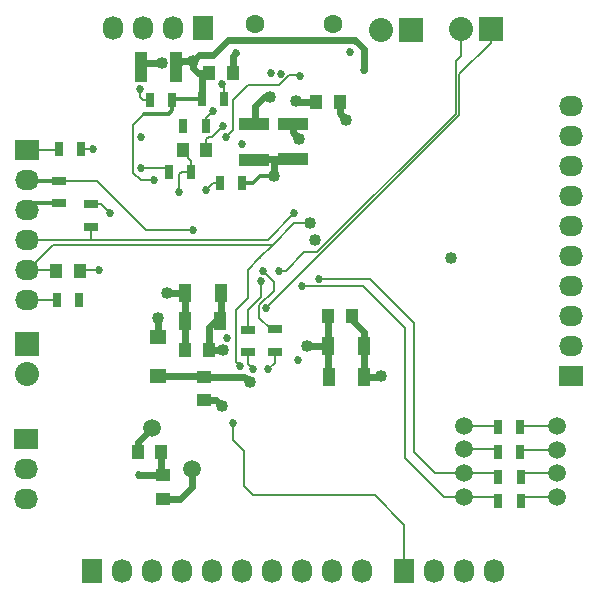
<source format=gbr>
G04 #@! TF.FileFunction,Copper,L4,Bot,Signal*
%FSLAX46Y46*%
G04 Gerber Fmt 4.6, Leading zero omitted, Abs format (unit mm)*
G04 Created by KiCad (PCBNEW 4.0.1-3.201512221402+6198~38~ubuntu14.04.1-stable) date Mon 04 Jan 2016 12:08:05 AM EST*
%MOMM*%
G01*
G04 APERTURE LIST*
%ADD10C,0.100000*%
%ADD11R,1.250000X1.000000*%
%ADD12R,1.000000X1.250000*%
%ADD13R,1.000000X2.500000*%
%ADD14R,2.500000X1.000000*%
%ADD15R,1.399540X1.150620*%
%ADD16R,2.032000X1.727200*%
%ADD17O,2.032000X1.727200*%
%ADD18R,1.727200X2.032000*%
%ADD19O,1.727200X2.032000*%
%ADD20R,2.032000X2.032000*%
%ADD21O,2.032000X2.032000*%
%ADD22R,1.300000X0.700000*%
%ADD23R,0.700000X1.300000*%
%ADD24C,1.501140*%
%ADD25C,1.600000*%
%ADD26C,1.500000*%
%ADD27R,1.000000X1.600000*%
%ADD28C,0.685800*%
%ADD29C,1.016000*%
%ADD30C,0.152400*%
%ADD31C,0.304800*%
%ADD32C,0.609600*%
G04 APERTURE END LIST*
D10*
D11*
X119227600Y-107762800D03*
X119227600Y-109762800D03*
D12*
X115579400Y-114147600D03*
X113579400Y-114147600D03*
D11*
X115722400Y-116094000D03*
X115722400Y-118094000D03*
D12*
X106699300Y-98831400D03*
X108699300Y-98831400D03*
X128692400Y-84480400D03*
X130692400Y-84480400D03*
X119650000Y-82042000D03*
X121650000Y-82042000D03*
D13*
X116866800Y-81559400D03*
X113866800Y-81559400D03*
D12*
X119389400Y-88544400D03*
X117389400Y-88544400D03*
D14*
X123418600Y-86409400D03*
X123418600Y-89409400D03*
X126746000Y-86384000D03*
X126746000Y-89384000D03*
D15*
X115316000Y-107696000D03*
X115316000Y-104444800D03*
D16*
X150241000Y-107746800D03*
D17*
X150241000Y-105206800D03*
X150241000Y-102666800D03*
X150241000Y-100126800D03*
X150241000Y-97586800D03*
X150241000Y-95046800D03*
X150241000Y-92506800D03*
X150241000Y-89966800D03*
X150241000Y-87426800D03*
X150241000Y-84886800D03*
D18*
X109728000Y-124206000D03*
D19*
X112268000Y-124206000D03*
X114808000Y-124206000D03*
X117348000Y-124206000D03*
X119888000Y-124206000D03*
X122428000Y-124206000D03*
X124968000Y-124206000D03*
X127508000Y-124206000D03*
X130048000Y-124206000D03*
X132588000Y-124206000D03*
D18*
X119126000Y-78232000D03*
D19*
X116586000Y-78232000D03*
X114046000Y-78232000D03*
X111506000Y-78232000D03*
D20*
X143500600Y-78320900D03*
D21*
X140960600Y-78320900D03*
D18*
X136144000Y-124206000D03*
D19*
X138684000Y-124206000D03*
X141224000Y-124206000D03*
X143764000Y-124206000D03*
D20*
X104244900Y-105041700D03*
D21*
X104244900Y-107581700D03*
D16*
X104194100Y-88544400D03*
D17*
X104194100Y-91084400D03*
X104194100Y-93624400D03*
X104194100Y-96164400D03*
X104194100Y-98704400D03*
X104194100Y-101244400D03*
D16*
X104143300Y-113030000D03*
D17*
X104143300Y-115570000D03*
X104143300Y-118110000D03*
D20*
X136753600Y-78435200D03*
D21*
X134213600Y-78435200D03*
D22*
X106950000Y-91163100D03*
X106950000Y-93063100D03*
X109667800Y-93182400D03*
X109667800Y-95082400D03*
D23*
X108814400Y-88506300D03*
X106914400Y-88506300D03*
X106711200Y-101295200D03*
X108611200Y-101295200D03*
X119339400Y-86512400D03*
X117439400Y-86512400D03*
D22*
X122885200Y-105699600D03*
X122885200Y-103799600D03*
X125171200Y-105648800D03*
X125171200Y-103748800D03*
D23*
X118094800Y-90424000D03*
X116194800Y-90424000D03*
X122438200Y-91414600D03*
X120538200Y-91414600D03*
X116494600Y-84353400D03*
X114594600Y-84353400D03*
X118988800Y-84251800D03*
X120888800Y-84251800D03*
D24*
X114758395Y-112142195D03*
X118210405Y-115594205D03*
D25*
X130096800Y-77876400D03*
X123496800Y-77876400D03*
D26*
X141230000Y-111932000D03*
X141230000Y-113932000D03*
X141230000Y-115932000D03*
X141230000Y-117932000D03*
X149092000Y-117938000D03*
X149092000Y-115938000D03*
X149092000Y-113938000D03*
X149092000Y-111938000D03*
D23*
X144084000Y-112014000D03*
X145984000Y-112014000D03*
X144084000Y-114173000D03*
X145984000Y-114173000D03*
X144112700Y-116230400D03*
X146012700Y-116230400D03*
X144112700Y-118300500D03*
X146012700Y-118300500D03*
D12*
X129721100Y-102654100D03*
X131721100Y-102654100D03*
D27*
X129754500Y-107759500D03*
X132754500Y-107759500D03*
X129729100Y-105194100D03*
X132729100Y-105194100D03*
D12*
X119605300Y-105486200D03*
X117605300Y-105486200D03*
D27*
X120575200Y-103022400D03*
X117575200Y-103022400D03*
X120600600Y-100647500D03*
X117600600Y-100647500D03*
D28*
X121148600Y-104482900D03*
X127193800Y-106349800D03*
X122444000Y-88074500D03*
X110315500Y-98755200D03*
D29*
X140147800Y-97764600D03*
X128578100Y-96227900D03*
X134178800Y-107734100D03*
X116039900Y-100660200D03*
D28*
X113715800Y-116078000D03*
D29*
X120726200Y-110286800D03*
X125095000Y-90805000D03*
D28*
X117119400Y-92125800D03*
D29*
X115671600Y-81178400D03*
D28*
X113842800Y-87477600D03*
X121920000Y-80340200D03*
X131546600Y-80314800D03*
X125730000Y-82118200D03*
X124891800Y-82067400D03*
D29*
X131216400Y-86004400D03*
X124790200Y-84074000D03*
D28*
X111204500Y-93916500D03*
X109756700Y-88506300D03*
D29*
X127879600Y-105206800D03*
X120827800Y-105473500D03*
X115290600Y-102819200D03*
X127279400Y-87630000D03*
D28*
X118278400Y-95326220D03*
X126800100Y-93941900D03*
D29*
X128197100Y-94792800D03*
D28*
X122275600Y-106908600D03*
X121640600Y-111709200D03*
X123317000Y-107111800D03*
X124637800Y-107111800D03*
X128959100Y-99491800D03*
X127473200Y-100076000D03*
X124463300Y-101993700D03*
X125517400Y-98818700D03*
D29*
X126949200Y-84455000D03*
D28*
X120827800Y-86512400D03*
X113792000Y-83388200D03*
X120700800Y-83032600D03*
X119989600Y-85242400D03*
X124028200Y-99695000D03*
X124155200Y-98806000D03*
X113842800Y-90119200D03*
X119354600Y-91973400D03*
X121031000Y-87452200D03*
X127304800Y-82296000D03*
X132756400Y-81813400D03*
X114960400Y-91135200D03*
D29*
X118287800Y-81051400D03*
X123088400Y-108254800D03*
D30*
X144084000Y-112014000D02*
X144002000Y-111932000D01*
X144002000Y-111932000D02*
X141230000Y-111932000D01*
X108699300Y-98831400D02*
X108775500Y-98755200D01*
X108775500Y-98755200D02*
X110315500Y-98755200D01*
D31*
X106950000Y-93063100D02*
X104755400Y-93063100D01*
X104755400Y-93063100D02*
X104194100Y-93624400D01*
D32*
X132754500Y-107759500D02*
X134153400Y-107759500D01*
X134153400Y-107759500D02*
X134178800Y-107734100D01*
X132729100Y-105194100D02*
X132729100Y-107734100D01*
X132729100Y-107734100D02*
X132754500Y-107759500D01*
X131721100Y-102654100D02*
X131721100Y-103015800D01*
X131721100Y-103015800D02*
X132729100Y-104023800D01*
X132729100Y-104023800D02*
X132729100Y-105194100D01*
X117600600Y-100647500D02*
X116052600Y-100647500D01*
X116052600Y-100647500D02*
X116039900Y-100660200D01*
X117575200Y-103022400D02*
X117575200Y-100672900D01*
X117575200Y-100672900D02*
X117600600Y-100647500D01*
X117605300Y-105486200D02*
X117605300Y-103052500D01*
X117605300Y-103052500D02*
X117575200Y-103022400D01*
X115722400Y-116094000D02*
X113731800Y-116094000D01*
X113731800Y-116094000D02*
X113715800Y-116078000D01*
X115722400Y-116094000D02*
X115579400Y-115951000D01*
X115579400Y-115951000D02*
X115579400Y-114147600D01*
X119227600Y-109762800D02*
X120202200Y-109762800D01*
X120202200Y-109762800D02*
X120726200Y-110286800D01*
D30*
X117389400Y-88544400D02*
X117389400Y-88789000D01*
X117389400Y-88789000D02*
X118094800Y-89494400D01*
X118094800Y-89494400D02*
X118094800Y-90424000D01*
D31*
X122438200Y-91414600D02*
X123342400Y-91414600D01*
D32*
X125095000Y-90805000D02*
X125095000Y-89384000D01*
D31*
X123952000Y-90805000D02*
X125095000Y-90805000D01*
X123342400Y-91414600D02*
X123952000Y-90805000D01*
D30*
X118094800Y-90424000D02*
X117348000Y-90424000D01*
X117119400Y-90652600D02*
X117119400Y-92125800D01*
X117348000Y-90424000D02*
X117119400Y-90652600D01*
D32*
X126746000Y-89384000D02*
X125095000Y-89384000D01*
X125095000Y-89384000D02*
X123444000Y-89384000D01*
X123444000Y-89384000D02*
X123418600Y-89409400D01*
X115671600Y-81178400D02*
X114247800Y-81178400D01*
X114247800Y-81178400D02*
X113866800Y-81559400D01*
X121650000Y-82042000D02*
X121650000Y-80610200D01*
X121650000Y-80610200D02*
X121920000Y-80340200D01*
X130692400Y-84480400D02*
X130692400Y-85480400D01*
X130692400Y-85480400D02*
X131216400Y-86004400D01*
X113579400Y-114147600D02*
X113579400Y-113321190D01*
X113579400Y-113321190D02*
X114758395Y-112142195D01*
X115722400Y-118094000D02*
X115738400Y-118110000D01*
X115738400Y-118110000D02*
X117195600Y-118110000D01*
X117195600Y-118110000D02*
X118210405Y-117095195D01*
X118210405Y-117095195D02*
X118210405Y-115594205D01*
X123545600Y-85267800D02*
X123545600Y-86282400D01*
X123545600Y-86282400D02*
X123418600Y-86409400D01*
X123545600Y-85317200D02*
X123545600Y-85267800D01*
X123545600Y-85267800D02*
X123545600Y-84836000D01*
X123545600Y-84836000D02*
X124307600Y-84074000D01*
X124307600Y-84074000D02*
X124790200Y-84074000D01*
D30*
X109667800Y-93182400D02*
X110470400Y-93182400D01*
X110470400Y-93182400D02*
X111204500Y-93916500D01*
X108814400Y-88506300D02*
X109756700Y-88506300D01*
X144084000Y-114173000D02*
X143843000Y-113932000D01*
X143843000Y-113932000D02*
X141230000Y-113932000D01*
X109667800Y-93182400D02*
X109744000Y-93106200D01*
D32*
X129729100Y-105194100D02*
X127892300Y-105194100D01*
X127892300Y-105194100D02*
X127879600Y-105206800D01*
X129729100Y-105194100D02*
X129729100Y-107734100D01*
X129729100Y-107734100D02*
X129754500Y-107759500D01*
X129721100Y-102654100D02*
X129721100Y-105186100D01*
X129721100Y-105186100D02*
X129729100Y-105194100D01*
X120815100Y-105486200D02*
X120827800Y-105473500D01*
X119605300Y-105486200D02*
X120815100Y-105486200D01*
X120575200Y-103022400D02*
X120116600Y-103022400D01*
X120116600Y-103022400D02*
X119605300Y-103533700D01*
X119605300Y-103533700D02*
X119605300Y-105486200D01*
X120600600Y-100647500D02*
X120600600Y-102997000D01*
X120600600Y-102997000D02*
X120575200Y-103022400D01*
X115316000Y-104444800D02*
X115316000Y-102844600D01*
X115316000Y-102844600D02*
X115290600Y-102819200D01*
X126746000Y-86384000D02*
X126746000Y-87096600D01*
X126746000Y-87096600D02*
X127279400Y-87630000D01*
D30*
X106914400Y-88506300D02*
X106876300Y-88544400D01*
X106876300Y-88544400D02*
X104194100Y-88544400D01*
X106950000Y-91163100D02*
X110114800Y-91163100D01*
X110114800Y-91163100D02*
X114277920Y-95326220D01*
X117793467Y-95326220D02*
X118278400Y-95326220D01*
X114277920Y-95326220D02*
X117793467Y-95326220D01*
D31*
X106950000Y-91163100D02*
X104272800Y-91163100D01*
X104272800Y-91163100D02*
X104194100Y-91084400D01*
D30*
X109667800Y-95082400D02*
X109667800Y-96164400D01*
X109667800Y-96164400D02*
X109667800Y-96189800D01*
X109667800Y-96189800D02*
X109667800Y-96164400D01*
X126800100Y-93941900D02*
X124577600Y-96164400D01*
X124577600Y-96164400D02*
X109667800Y-96164400D01*
X109667800Y-96164400D02*
X104194100Y-96164400D01*
X106699300Y-98831400D02*
X106572300Y-98704400D01*
X106572300Y-98704400D02*
X104194100Y-98704400D01*
X104194100Y-98704400D02*
X104257600Y-98704400D01*
X104257600Y-98704400D02*
X106378500Y-96583500D01*
X106378500Y-96583500D02*
X125056900Y-96583500D01*
X123883800Y-97756600D02*
X125056900Y-96583500D01*
X125056900Y-96583500D02*
X126847600Y-94792800D01*
X126847600Y-94792800D02*
X128197100Y-94792800D01*
X122275600Y-106908600D02*
X121907300Y-106540300D01*
X121907300Y-106540300D02*
X121907300Y-102120700D01*
X121907300Y-102120700D02*
X122910600Y-101117400D01*
X122910600Y-101117400D02*
X122910600Y-98729800D01*
X122910600Y-98729800D02*
X123883800Y-97756600D01*
X123883800Y-97756600D02*
X123901200Y-97739200D01*
X106711200Y-101295200D02*
X106660400Y-101244400D01*
X106660400Y-101244400D02*
X104194100Y-101244400D01*
X127803400Y-117830600D02*
X123358400Y-117830600D01*
X121640600Y-113102900D02*
X121640600Y-111709200D01*
X122596400Y-114058700D02*
X121640600Y-113102900D01*
X122596400Y-117068600D02*
X122596400Y-114058700D01*
X123358400Y-117830600D02*
X122596400Y-117068600D01*
X136144000Y-124206000D02*
X136144000Y-120319800D01*
X133654800Y-117830600D02*
X127803400Y-117830600D01*
X127803400Y-117830600D02*
X127762000Y-117830600D01*
X136144000Y-120319800D02*
X133654800Y-117830600D01*
X122885200Y-105699600D02*
X122885200Y-106680000D01*
X122885200Y-106680000D02*
X123317000Y-107111800D01*
X125171200Y-105648800D02*
X125171200Y-106578400D01*
X125171200Y-106578400D02*
X124637800Y-107111800D01*
X144112700Y-116230400D02*
X143814300Y-115932000D01*
X143814300Y-115932000D02*
X141230000Y-115932000D01*
X129276600Y-99491800D02*
X128959100Y-99491800D01*
X141230000Y-115932000D02*
X138795300Y-115932000D01*
X133251700Y-99491800D02*
X129276600Y-99491800D01*
X129276600Y-99491800D02*
X129238500Y-99491800D01*
X136972800Y-103212900D02*
X133251700Y-99491800D01*
X136972800Y-114109500D02*
X136972800Y-103212900D01*
X138795300Y-115932000D02*
X136972800Y-114109500D01*
X144112700Y-118300500D02*
X143744200Y-117932000D01*
X143744200Y-117932000D02*
X141230000Y-117932000D01*
X141230000Y-117932000D02*
X139499900Y-117932000D01*
X132654800Y-100076000D02*
X127473200Y-100076000D01*
X136248900Y-103670100D02*
X132654800Y-100076000D01*
X136248900Y-114681000D02*
X136248900Y-103670100D01*
X139499900Y-117932000D02*
X136248900Y-114681000D01*
X125734034Y-100722966D02*
X124463300Y-101993700D01*
X125746000Y-100722966D02*
X125734034Y-100722966D01*
X143500600Y-78320900D02*
X143500600Y-79489300D01*
X143500600Y-79489300D02*
X140820910Y-82168990D01*
X140820910Y-82168990D02*
X140820909Y-85648057D01*
X140820909Y-85648057D02*
X125746000Y-100722966D01*
X140516100Y-82537300D02*
X140516100Y-81076800D01*
X140960600Y-80632300D02*
X140960600Y-78320900D01*
X140516100Y-81076800D02*
X140960600Y-80632300D01*
X140516100Y-85521800D02*
X140516100Y-82537300D01*
X140516100Y-82537300D02*
X140516100Y-82473800D01*
X128781300Y-97256600D02*
X140516100Y-85521800D01*
X127689100Y-97256600D02*
X128781300Y-97256600D01*
X126127000Y-98818700D02*
X127689100Y-97256600D01*
X125517400Y-98818700D02*
X126127000Y-98818700D01*
D31*
X126949200Y-84455000D02*
X126974600Y-84480400D01*
D32*
X126974600Y-84480400D02*
X128692400Y-84480400D01*
D30*
X119389400Y-87671400D02*
X119389400Y-88544400D01*
X119608600Y-87452200D02*
X119389400Y-87671400D01*
X119888000Y-87452200D02*
X119608600Y-87452200D01*
X120827800Y-86512400D02*
X119888000Y-87452200D01*
X113792000Y-83388200D02*
X113792000Y-84099400D01*
X113792000Y-84099400D02*
X114046000Y-84353400D01*
X114046000Y-84353400D02*
X114594600Y-84353400D01*
X120888800Y-83220600D02*
X120888800Y-84251800D01*
X120700800Y-83032600D02*
X120888800Y-83220600D01*
X119339400Y-86512400D02*
X119339400Y-85892600D01*
X119339400Y-85892600D02*
X119989600Y-85242400D01*
X122885200Y-102167909D02*
X122885200Y-103297200D01*
X124028200Y-101024909D02*
X122885200Y-102167909D01*
X124028200Y-99695000D02*
X124028200Y-101024909D01*
X122885200Y-103297200D02*
X122885200Y-103799600D01*
X124871200Y-103748800D02*
X125171200Y-103748800D01*
X123891798Y-102769398D02*
X124871200Y-103748800D01*
X123891798Y-101719378D02*
X123891798Y-102769398D01*
X125082300Y-100528876D02*
X123891798Y-101719378D01*
X125082300Y-99733100D02*
X125082300Y-100528876D01*
X124155200Y-98806000D02*
X125082300Y-99733100D01*
X125082300Y-99733100D02*
X125095000Y-99745800D01*
X113842800Y-90119200D02*
X115890000Y-90119200D01*
X115890000Y-90119200D02*
X116194800Y-90424000D01*
X119938800Y-91389200D02*
X120512800Y-91389200D01*
X120512800Y-91389200D02*
X120538200Y-91414600D01*
X119354600Y-91973400D02*
X119938800Y-91389200D01*
X119938800Y-91389200D02*
X119938800Y-91389200D01*
X122926600Y-83108800D02*
X122888500Y-83108800D01*
X121462800Y-87020400D02*
X121031000Y-87452200D01*
X121618500Y-86864700D02*
X121462800Y-87020400D01*
X121618500Y-84378800D02*
X121618500Y-86864700D01*
X122888500Y-83108800D02*
X121618500Y-84378800D01*
X127304800Y-82296000D02*
X127279400Y-82270600D01*
X127279400Y-82270600D02*
X126390400Y-82270600D01*
X126390400Y-82270600D02*
X125552200Y-83108800D01*
X125552200Y-83108800D02*
X122926600Y-83108800D01*
X122926600Y-83108800D02*
X122910600Y-83108800D01*
X146012700Y-118300500D02*
X146375200Y-117938000D01*
X146375200Y-117938000D02*
X149092000Y-117938000D01*
X146012700Y-116230400D02*
X146305100Y-115938000D01*
X146305100Y-115938000D02*
X149092000Y-115938000D01*
X145984000Y-114173000D02*
X146219000Y-113938000D01*
X146219000Y-113938000D02*
X149092000Y-113938000D01*
X145984000Y-112014000D02*
X146060000Y-111938000D01*
X146060000Y-111938000D02*
X149092000Y-111938000D01*
D32*
X131981700Y-79336900D02*
X131943600Y-79298800D01*
X131981700Y-79298800D02*
X131981700Y-79336900D01*
X132731000Y-80048100D02*
X131981700Y-79298800D01*
X132731000Y-81788000D02*
X132731000Y-80048100D01*
X132756400Y-81813400D02*
X132731000Y-81788000D01*
X118988800Y-84251800D02*
X118989600Y-84251000D01*
X118989600Y-84251000D02*
X118989600Y-82042000D01*
D31*
X116494600Y-85232200D02*
X116205000Y-85521800D01*
X116205000Y-85521800D02*
X114147600Y-85521800D01*
X116494600Y-85232200D02*
X116494600Y-84353400D01*
D30*
X113207800Y-86461600D02*
X114147600Y-85521800D01*
X113207800Y-90500200D02*
X113207800Y-86461600D01*
X113842800Y-91135200D02*
X113207800Y-90500200D01*
X114960400Y-91135200D02*
X113842800Y-91135200D01*
D31*
X118988800Y-84251800D02*
X116596200Y-84251800D01*
X116596200Y-84251800D02*
X116494600Y-84353400D01*
D32*
X118287800Y-81051400D02*
X117374800Y-81051400D01*
X117374800Y-81051400D02*
X116866800Y-81559400D01*
X119650000Y-82042000D02*
X118989600Y-82042000D01*
X118989600Y-82042000D02*
X118668800Y-82042000D01*
X118287800Y-81661000D02*
X118287800Y-81051400D01*
X118668800Y-82042000D02*
X118287800Y-81661000D01*
X118795800Y-80543400D02*
X118287800Y-81051400D01*
X119964200Y-80543400D02*
X118795800Y-80543400D01*
X121208800Y-79298800D02*
X119964200Y-80543400D01*
X131943600Y-79298800D02*
X121208800Y-79298800D01*
X119227600Y-107762800D02*
X122596400Y-107762800D01*
X122596400Y-107762800D02*
X123088400Y-108254800D01*
X115316000Y-107696000D02*
X119160800Y-107696000D01*
X119160800Y-107696000D02*
X119227600Y-107762800D01*
X115341400Y-107670600D02*
X115316000Y-107696000D01*
M02*

</source>
